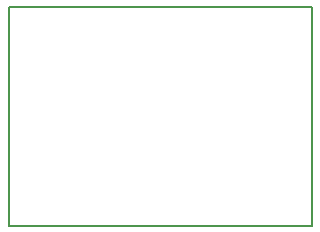
<source format=gbr>
G04 #@! TF.FileFunction,Profile,NP*
%FSLAX46Y46*%
G04 Gerber Fmt 4.6, Leading zero omitted, Abs format (unit mm)*
G04 Created by KiCad (PCBNEW 4.0.1-stable) date 4/13/2016 9:20:08 PM*
%MOMM*%
G01*
G04 APERTURE LIST*
%ADD10C,0.100000*%
%ADD11C,0.150000*%
G04 APERTURE END LIST*
D10*
D11*
X150749000Y-99060000D02*
X125095000Y-99060000D01*
X150749000Y-117602000D02*
X125095000Y-117602000D01*
X150749000Y-99060000D02*
X150749000Y-117602000D01*
X125095000Y-117602000D02*
X125095000Y-99060000D01*
M02*

</source>
